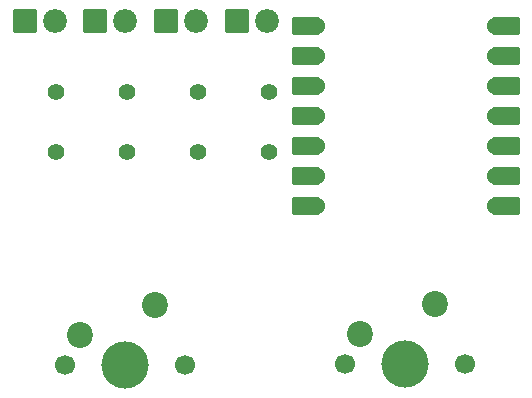
<source format=gbr>
%TF.GenerationSoftware,KiCad,Pcbnew,9.0.2*%
%TF.CreationDate,2025-07-04T12:16:03+03:00*%
%TF.ProjectId,pathfinder,70617468-6669-46e6-9465-722e6b696361,rev?*%
%TF.SameCoordinates,Original*%
%TF.FileFunction,Soldermask,Top*%
%TF.FilePolarity,Negative*%
%FSLAX46Y46*%
G04 Gerber Fmt 4.6, Leading zero omitted, Abs format (unit mm)*
G04 Created by KiCad (PCBNEW 9.0.2) date 2025-07-04 12:16:03*
%MOMM*%
%LPD*%
G01*
G04 APERTURE LIST*
G04 Aperture macros list*
%AMRoundRect*
0 Rectangle with rounded corners*
0 $1 Rounding radius*
0 $2 $3 $4 $5 $6 $7 $8 $9 X,Y pos of 4 corners*
0 Add a 4 corners polygon primitive as box body*
4,1,4,$2,$3,$4,$5,$6,$7,$8,$9,$2,$3,0*
0 Add four circle primitives for the rounded corners*
1,1,$1+$1,$2,$3*
1,1,$1+$1,$4,$5*
1,1,$1+$1,$6,$7*
1,1,$1+$1,$8,$9*
0 Add four rect primitives between the rounded corners*
20,1,$1+$1,$2,$3,$4,$5,0*
20,1,$1+$1,$4,$5,$6,$7,0*
20,1,$1+$1,$6,$7,$8,$9,0*
20,1,$1+$1,$8,$9,$2,$3,0*%
G04 Aperture macros list end*
%ADD10C,1.700000*%
%ADD11C,4.000000*%
%ADD12C,2.200000*%
%ADD13C,2.019000*%
%ADD14RoundRect,0.102000X-0.907500X-0.907500X0.907500X-0.907500X0.907500X0.907500X-0.907500X0.907500X0*%
%ADD15C,1.400000*%
%ADD16RoundRect,0.152400X1.063600X0.609600X-1.063600X0.609600X-1.063600X-0.609600X1.063600X-0.609600X0*%
%ADD17C,1.524000*%
%ADD18RoundRect,0.152400X-1.063600X-0.609600X1.063600X-0.609600X1.063600X0.609600X-1.063600X0.609600X0*%
G04 APERTURE END LIST*
D10*
%TO.C,SW1*%
X141330000Y-112340000D03*
D11*
X146410000Y-112340000D03*
D10*
X151490000Y-112340000D03*
D12*
X148950000Y-107260000D03*
X142600000Y-109800000D03*
%TD*%
D13*
%TO.C,D2*%
X152490000Y-83260000D03*
D14*
X149950000Y-83260000D03*
%TD*%
D13*
%TO.C,D3*%
X146490000Y-83260000D03*
D14*
X143950000Y-83260000D03*
%TD*%
D10*
%TO.C,SW2*%
X165100000Y-112300000D03*
D11*
X170180000Y-112300000D03*
D10*
X175260000Y-112300000D03*
D12*
X172720000Y-107220000D03*
X166370000Y-109760000D03*
%TD*%
D13*
%TO.C,D4*%
X140490000Y-83260000D03*
D14*
X137950000Y-83260000D03*
%TD*%
D15*
%TO.C,R3*%
X146600000Y-89260000D03*
X146600000Y-94340000D03*
%TD*%
D13*
%TO.C,D1*%
X158490000Y-83260000D03*
D14*
X155950000Y-83260000D03*
%TD*%
D15*
%TO.C,R2*%
X152600000Y-89260000D03*
X152600000Y-94340000D03*
%TD*%
D16*
%TO.C,U1*%
X161765000Y-83640000D03*
D17*
X162600000Y-83640000D03*
D16*
X161765000Y-86180000D03*
D17*
X162600000Y-86180000D03*
D16*
X161765000Y-88720000D03*
D17*
X162600000Y-88720000D03*
D16*
X161765000Y-91260000D03*
D17*
X162600000Y-91260000D03*
D16*
X161765000Y-93800000D03*
D17*
X162600000Y-93800000D03*
D16*
X161765000Y-96340000D03*
D17*
X162600000Y-96340000D03*
D16*
X161765000Y-98880000D03*
D17*
X162600000Y-98880000D03*
X177840000Y-98880000D03*
D18*
X178675000Y-98880000D03*
D17*
X177840000Y-96340000D03*
D18*
X178675000Y-96340000D03*
D17*
X177840000Y-93800000D03*
D18*
X178675000Y-93800000D03*
D17*
X177840000Y-91260000D03*
D18*
X178675000Y-91260000D03*
D17*
X177840000Y-88720000D03*
D18*
X178675000Y-88720000D03*
D17*
X177840000Y-86180000D03*
D18*
X178675000Y-86180000D03*
D17*
X177840000Y-83640000D03*
D18*
X178675000Y-83640000D03*
%TD*%
D15*
%TO.C,R4*%
X140600000Y-89260000D03*
X140600000Y-94340000D03*
%TD*%
%TO.C,R1*%
X158600000Y-89220000D03*
X158600000Y-94300000D03*
%TD*%
M02*

</source>
